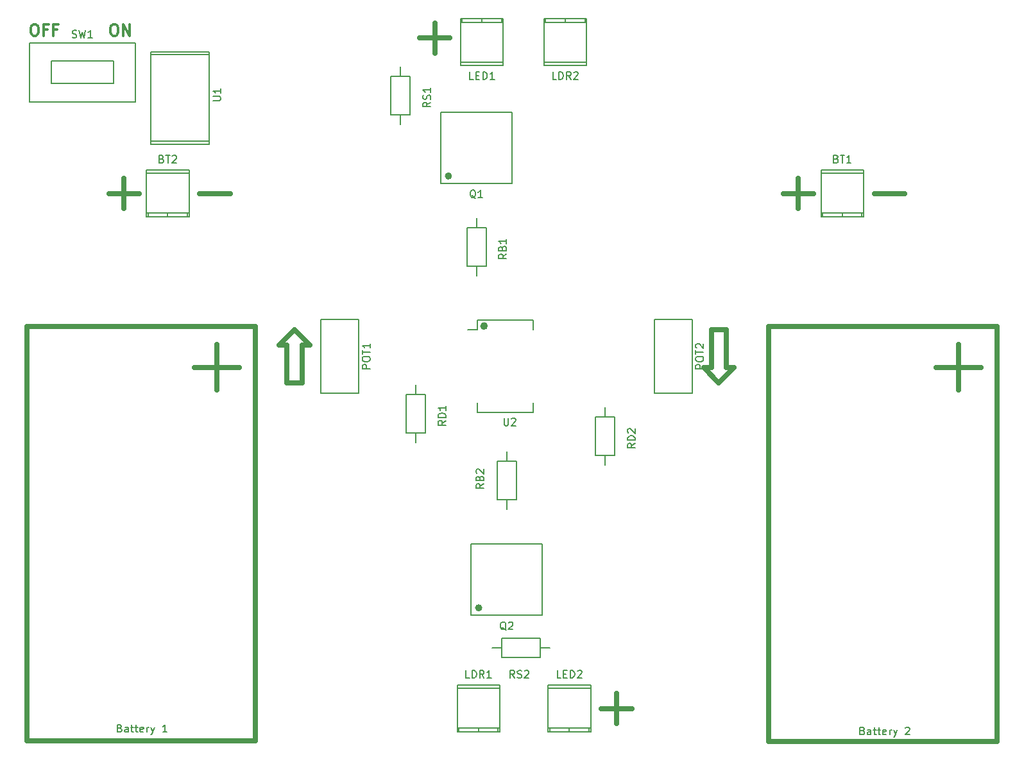
<source format=gbr>
G04 #@! TF.FileFunction,Legend,Top*
%FSLAX46Y46*%
G04 Gerber Fmt 4.6, Leading zero omitted, Abs format (unit mm)*
G04 Created by KiCad (PCBNEW 4.0.2+dfsg1-stable) date Fri 18 May 2018 16:31:02 BST*
%MOMM*%
G01*
G04 APERTURE LIST*
%ADD10C,0.100000*%
%ADD11C,0.700000*%
%ADD12C,0.300000*%
%ADD13C,0.150000*%
%ADD14C,0.500000*%
G04 APERTURE END LIST*
D10*
D11*
X131500000Y-48500000D02*
X131500000Y-52500000D01*
X129500000Y-50500000D02*
X133500000Y-50500000D01*
X155500000Y-137000000D02*
X155500000Y-141000000D01*
X153500000Y-139000000D02*
X157500000Y-139000000D01*
X189500000Y-71000000D02*
X193500000Y-71000000D01*
X177500000Y-71000000D02*
X181500000Y-71000000D01*
X179500000Y-69000000D02*
X179500000Y-73000000D01*
X100500000Y-71000000D02*
X104500000Y-71000000D01*
X90500000Y-69000000D02*
X90500000Y-73000000D01*
X88500000Y-71000000D02*
X92500000Y-71000000D01*
D12*
X78571429Y-48678571D02*
X78857143Y-48678571D01*
X79000001Y-48750000D01*
X79142858Y-48892857D01*
X79214286Y-49178571D01*
X79214286Y-49678571D01*
X79142858Y-49964286D01*
X79000001Y-50107143D01*
X78857143Y-50178571D01*
X78571429Y-50178571D01*
X78428572Y-50107143D01*
X78285715Y-49964286D01*
X78214286Y-49678571D01*
X78214286Y-49178571D01*
X78285715Y-48892857D01*
X78428572Y-48750000D01*
X78571429Y-48678571D01*
X80357144Y-49392857D02*
X79857144Y-49392857D01*
X79857144Y-50178571D02*
X79857144Y-48678571D01*
X80571430Y-48678571D01*
X81642858Y-49392857D02*
X81142858Y-49392857D01*
X81142858Y-50178571D02*
X81142858Y-48678571D01*
X81857144Y-48678571D01*
X89071428Y-48678571D02*
X89357142Y-48678571D01*
X89500000Y-48750000D01*
X89642857Y-48892857D01*
X89714285Y-49178571D01*
X89714285Y-49678571D01*
X89642857Y-49964286D01*
X89500000Y-50107143D01*
X89357142Y-50178571D01*
X89071428Y-50178571D01*
X88928571Y-50107143D01*
X88785714Y-49964286D01*
X88714285Y-49678571D01*
X88714285Y-49178571D01*
X88785714Y-48892857D01*
X88928571Y-48750000D01*
X89071428Y-48678571D01*
X90357143Y-50178571D02*
X90357143Y-48678571D01*
X91214286Y-50178571D01*
X91214286Y-48678571D01*
D11*
X170000000Y-89000000D02*
X168000000Y-89000000D01*
X168000000Y-89000000D02*
X168000000Y-94000000D01*
X168000000Y-94000000D02*
X167000000Y-94000000D01*
X167000000Y-94000000D02*
X169000000Y-96000000D01*
X169000000Y-96000000D02*
X171000000Y-94000000D01*
X171000000Y-94000000D02*
X170000000Y-94000000D01*
X170000000Y-94000000D02*
X170000000Y-89000000D01*
X112000000Y-91000000D02*
X112000000Y-96000000D01*
X111000000Y-91000000D02*
X112000000Y-91000000D01*
X113000000Y-89000000D02*
X111000000Y-91000000D01*
X115000000Y-91000000D02*
X113000000Y-89000000D01*
X114000000Y-91000000D02*
X115000000Y-91000000D01*
X114000000Y-96000000D02*
X114000000Y-91000000D01*
X112000000Y-96000000D02*
X114000000Y-96000000D01*
X200630000Y-90950000D02*
X200630000Y-96950000D01*
X197630000Y-93950000D02*
X203630000Y-93950000D01*
X175580000Y-88595000D02*
X205680000Y-88595000D01*
X175580000Y-143305000D02*
X205680000Y-143305000D01*
X205680000Y-88595000D02*
X205680000Y-143305000D01*
X175580000Y-88595000D02*
X175580000Y-143305000D01*
D13*
X188069080Y-73600960D02*
X182470920Y-73600960D01*
X182669040Y-74098800D02*
X182669040Y-73600960D01*
X187870960Y-73600960D02*
X187870960Y-74098800D01*
X185270000Y-74098800D02*
X185270000Y-73600960D01*
X182470920Y-68299980D02*
X188069080Y-68299980D01*
X182470920Y-74098800D02*
X188069080Y-74098800D01*
X188069080Y-74098800D02*
X188069080Y-67901200D01*
X188069080Y-67901200D02*
X182470920Y-67901200D01*
X182470920Y-67901200D02*
X182470920Y-74098800D01*
X99069080Y-73600960D02*
X93470920Y-73600960D01*
X93669040Y-74098800D02*
X93669040Y-73600960D01*
X98870960Y-73600960D02*
X98870960Y-74098800D01*
X96270000Y-74098800D02*
X96270000Y-73600960D01*
X93470920Y-68299980D02*
X99069080Y-68299980D01*
X93470920Y-74098800D02*
X99069080Y-74098800D01*
X99069080Y-74098800D02*
X99069080Y-67901200D01*
X99069080Y-67901200D02*
X93470920Y-67901200D01*
X93470920Y-67901200D02*
X93470920Y-74098800D01*
X140069080Y-141600960D02*
X134470920Y-141600960D01*
X134669040Y-142098800D02*
X134669040Y-141600960D01*
X139870960Y-141600960D02*
X139870960Y-142098800D01*
X137270000Y-142098800D02*
X137270000Y-141600960D01*
X134470920Y-136299980D02*
X140069080Y-136299980D01*
X134470920Y-142098800D02*
X140069080Y-142098800D01*
X140069080Y-142098800D02*
X140069080Y-135901200D01*
X140069080Y-135901200D02*
X134470920Y-135901200D01*
X134470920Y-135901200D02*
X134470920Y-142098800D01*
X145930920Y-48399040D02*
X151529080Y-48399040D01*
X151330960Y-47901200D02*
X151330960Y-48399040D01*
X146129040Y-48399040D02*
X146129040Y-47901200D01*
X148730000Y-47901200D02*
X148730000Y-48399040D01*
X151529080Y-53700020D02*
X145930920Y-53700020D01*
X151529080Y-47901200D02*
X145930920Y-47901200D01*
X145930920Y-47901200D02*
X145930920Y-54098800D01*
X145930920Y-54098800D02*
X151529080Y-54098800D01*
X151529080Y-54098800D02*
X151529080Y-47901200D01*
X134930920Y-48399040D02*
X140529080Y-48399040D01*
X140330960Y-47901200D02*
X140330960Y-48399040D01*
X135129040Y-48399040D02*
X135129040Y-47901200D01*
X137730000Y-47901200D02*
X137730000Y-48399040D01*
X140529080Y-53700020D02*
X134930920Y-53700020D01*
X140529080Y-47901200D02*
X134930920Y-47901200D01*
X134930920Y-47901200D02*
X134930920Y-54098800D01*
X134930920Y-54098800D02*
X140529080Y-54098800D01*
X140529080Y-54098800D02*
X140529080Y-47901200D01*
X152069080Y-141600960D02*
X146470920Y-141600960D01*
X146669040Y-142098800D02*
X146669040Y-141600960D01*
X151870960Y-141600960D02*
X151870960Y-142098800D01*
X149270000Y-142098800D02*
X149270000Y-141600960D01*
X146470920Y-136299980D02*
X152069080Y-136299980D01*
X146470920Y-142098800D02*
X152069080Y-142098800D01*
X152069080Y-142098800D02*
X152069080Y-135901200D01*
X152069080Y-135901200D02*
X146470920Y-135901200D01*
X146470920Y-135901200D02*
X146470920Y-142098800D01*
D14*
X133523607Y-68700000D02*
G75*
G03X133523607Y-68700000I-223607J0D01*
G01*
D13*
X141700000Y-60300000D02*
X141700000Y-69700000D01*
X141700000Y-69700000D02*
X132300000Y-69700000D01*
X132300000Y-69700000D02*
X132300000Y-60300000D01*
X132300000Y-60300000D02*
X141700000Y-60300000D01*
D14*
X137523607Y-125700000D02*
G75*
G03X137523607Y-125700000I-223607J0D01*
G01*
D13*
X145700000Y-117300000D02*
X145700000Y-126700000D01*
X145700000Y-126700000D02*
X136300000Y-126700000D01*
X136300000Y-126700000D02*
X136300000Y-117300000D01*
X136300000Y-117300000D02*
X145700000Y-117300000D01*
X138270000Y-75540000D02*
X138270000Y-80620000D01*
X138270000Y-80620000D02*
X135730000Y-80620000D01*
X135730000Y-80620000D02*
X135730000Y-75540000D01*
X135730000Y-75540000D02*
X138270000Y-75540000D01*
X137000000Y-75540000D02*
X137000000Y-74270000D01*
X137000000Y-80620000D02*
X137000000Y-81890000D01*
X139730000Y-111460000D02*
X139730000Y-106380000D01*
X139730000Y-106380000D02*
X142270000Y-106380000D01*
X142270000Y-106380000D02*
X142270000Y-111460000D01*
X142270000Y-111460000D02*
X139730000Y-111460000D01*
X141000000Y-111460000D02*
X141000000Y-112730000D01*
X141000000Y-106380000D02*
X141000000Y-105110000D01*
X130270000Y-97540000D02*
X130270000Y-102620000D01*
X130270000Y-102620000D02*
X127730000Y-102620000D01*
X127730000Y-102620000D02*
X127730000Y-97540000D01*
X127730000Y-97540000D02*
X130270000Y-97540000D01*
X129000000Y-97540000D02*
X129000000Y-96270000D01*
X129000000Y-102620000D02*
X129000000Y-103890000D01*
X155270000Y-100540000D02*
X155270000Y-105620000D01*
X155270000Y-105620000D02*
X152730000Y-105620000D01*
X152730000Y-105620000D02*
X152730000Y-100540000D01*
X152730000Y-100540000D02*
X155270000Y-100540000D01*
X154000000Y-100540000D02*
X154000000Y-99270000D01*
X154000000Y-105620000D02*
X154000000Y-106890000D01*
X128270000Y-55540000D02*
X128270000Y-60620000D01*
X128270000Y-60620000D02*
X125730000Y-60620000D01*
X125730000Y-60620000D02*
X125730000Y-55540000D01*
X125730000Y-55540000D02*
X128270000Y-55540000D01*
X127000000Y-55540000D02*
X127000000Y-54270000D01*
X127000000Y-60620000D02*
X127000000Y-61890000D01*
X145460000Y-132270000D02*
X140380000Y-132270000D01*
X140380000Y-132270000D02*
X140380000Y-129730000D01*
X140380000Y-129730000D02*
X145460000Y-129730000D01*
X145460000Y-129730000D02*
X145460000Y-132270000D01*
X145460000Y-131000000D02*
X146730000Y-131000000D01*
X140380000Y-131000000D02*
X139110000Y-131000000D01*
X94000000Y-52700000D02*
X101700000Y-52700000D01*
X94000000Y-64100000D02*
X101700000Y-64100000D01*
X94000000Y-64500000D02*
X94000000Y-52300000D01*
X94000000Y-52300000D02*
X101700000Y-52300000D01*
X101700000Y-52300000D02*
X101700000Y-64500000D01*
X101700000Y-64500000D02*
X94000000Y-64500000D01*
D14*
X138250000Y-88500000D02*
G75*
G03X138250000Y-88500000I-250000J0D01*
G01*
D13*
X137135000Y-87705000D02*
X137135000Y-88975000D01*
X144485000Y-87705000D02*
X144485000Y-88975000D01*
X144485000Y-99915000D02*
X144485000Y-98645000D01*
X137135000Y-99915000D02*
X137135000Y-98645000D01*
X137135000Y-87705000D02*
X144485000Y-87705000D01*
X137135000Y-99915000D02*
X144485000Y-99915000D01*
X137135000Y-88975000D02*
X135850000Y-88975000D01*
X121500000Y-87600000D02*
X121500000Y-97400000D01*
X121500000Y-97400000D02*
X116500000Y-97400000D01*
X116500000Y-97400000D02*
X116500000Y-87600000D01*
X121500000Y-87600000D02*
X116500000Y-87600000D01*
X165500000Y-87600000D02*
X165500000Y-97400000D01*
X165500000Y-97400000D02*
X160500000Y-97400000D01*
X160500000Y-97400000D02*
X160500000Y-87600000D01*
X165500000Y-87600000D02*
X160500000Y-87600000D01*
X89100000Y-56500000D02*
X80900000Y-56500000D01*
X80900000Y-56500000D02*
X80900000Y-53500000D01*
X80900000Y-53500000D02*
X89100000Y-53500000D01*
X89100000Y-53500000D02*
X89100000Y-56500000D01*
X92000000Y-58900000D02*
X78000000Y-58900000D01*
X78000000Y-58900000D02*
X78000000Y-51100000D01*
X78000000Y-51100000D02*
X92000000Y-51100000D01*
X92000000Y-51100000D02*
X92000000Y-58900000D01*
D11*
X102750000Y-90940000D02*
X102750000Y-96940000D01*
X99750000Y-93940000D02*
X105750000Y-93940000D01*
X77700000Y-88585000D02*
X107800000Y-88585000D01*
X77700000Y-143295000D02*
X107800000Y-143295000D01*
X107800000Y-88585000D02*
X107800000Y-143295000D01*
X77700000Y-88585000D02*
X77700000Y-143295000D01*
D13*
X187951428Y-141928571D02*
X188094285Y-141976190D01*
X188141904Y-142023810D01*
X188189523Y-142119048D01*
X188189523Y-142261905D01*
X188141904Y-142357143D01*
X188094285Y-142404762D01*
X187999047Y-142452381D01*
X187618094Y-142452381D01*
X187618094Y-141452381D01*
X187951428Y-141452381D01*
X188046666Y-141500000D01*
X188094285Y-141547619D01*
X188141904Y-141642857D01*
X188141904Y-141738095D01*
X188094285Y-141833333D01*
X188046666Y-141880952D01*
X187951428Y-141928571D01*
X187618094Y-141928571D01*
X189046666Y-142452381D02*
X189046666Y-141928571D01*
X188999047Y-141833333D01*
X188903809Y-141785714D01*
X188713332Y-141785714D01*
X188618094Y-141833333D01*
X189046666Y-142404762D02*
X188951428Y-142452381D01*
X188713332Y-142452381D01*
X188618094Y-142404762D01*
X188570475Y-142309524D01*
X188570475Y-142214286D01*
X188618094Y-142119048D01*
X188713332Y-142071429D01*
X188951428Y-142071429D01*
X189046666Y-142023810D01*
X189379999Y-141785714D02*
X189760951Y-141785714D01*
X189522856Y-141452381D02*
X189522856Y-142309524D01*
X189570475Y-142404762D01*
X189665713Y-142452381D01*
X189760951Y-142452381D01*
X189951428Y-141785714D02*
X190332380Y-141785714D01*
X190094285Y-141452381D02*
X190094285Y-142309524D01*
X190141904Y-142404762D01*
X190237142Y-142452381D01*
X190332380Y-142452381D01*
X191046667Y-142404762D02*
X190951429Y-142452381D01*
X190760952Y-142452381D01*
X190665714Y-142404762D01*
X190618095Y-142309524D01*
X190618095Y-141928571D01*
X190665714Y-141833333D01*
X190760952Y-141785714D01*
X190951429Y-141785714D01*
X191046667Y-141833333D01*
X191094286Y-141928571D01*
X191094286Y-142023810D01*
X190618095Y-142119048D01*
X191522857Y-142452381D02*
X191522857Y-141785714D01*
X191522857Y-141976190D02*
X191570476Y-141880952D01*
X191618095Y-141833333D01*
X191713333Y-141785714D01*
X191808572Y-141785714D01*
X192046667Y-141785714D02*
X192284762Y-142452381D01*
X192522858Y-141785714D02*
X192284762Y-142452381D01*
X192189524Y-142690476D01*
X192141905Y-142738095D01*
X192046667Y-142785714D01*
X193618096Y-141547619D02*
X193665715Y-141500000D01*
X193760953Y-141452381D01*
X193999049Y-141452381D01*
X194094287Y-141500000D01*
X194141906Y-141547619D01*
X194189525Y-141642857D01*
X194189525Y-141738095D01*
X194141906Y-141880952D01*
X193570477Y-142452381D01*
X194189525Y-142452381D01*
X184484286Y-66427691D02*
X184627143Y-66475310D01*
X184674762Y-66522930D01*
X184722381Y-66618168D01*
X184722381Y-66761025D01*
X184674762Y-66856263D01*
X184627143Y-66903882D01*
X184531905Y-66951501D01*
X184150952Y-66951501D01*
X184150952Y-65951501D01*
X184484286Y-65951501D01*
X184579524Y-65999120D01*
X184627143Y-66046739D01*
X184674762Y-66141977D01*
X184674762Y-66237215D01*
X184627143Y-66332453D01*
X184579524Y-66380072D01*
X184484286Y-66427691D01*
X184150952Y-66427691D01*
X185008095Y-65951501D02*
X185579524Y-65951501D01*
X185293809Y-66951501D02*
X185293809Y-65951501D01*
X186436667Y-66951501D02*
X185865238Y-66951501D01*
X186150952Y-66951501D02*
X186150952Y-65951501D01*
X186055714Y-66094358D01*
X185960476Y-66189596D01*
X185865238Y-66237215D01*
X95484286Y-66427691D02*
X95627143Y-66475310D01*
X95674762Y-66522930D01*
X95722381Y-66618168D01*
X95722381Y-66761025D01*
X95674762Y-66856263D01*
X95627143Y-66903882D01*
X95531905Y-66951501D01*
X95150952Y-66951501D01*
X95150952Y-65951501D01*
X95484286Y-65951501D01*
X95579524Y-65999120D01*
X95627143Y-66046739D01*
X95674762Y-66141977D01*
X95674762Y-66237215D01*
X95627143Y-66332453D01*
X95579524Y-66380072D01*
X95484286Y-66427691D01*
X95150952Y-66427691D01*
X96008095Y-65951501D02*
X96579524Y-65951501D01*
X96293809Y-66951501D02*
X96293809Y-65951501D01*
X96865238Y-66046739D02*
X96912857Y-65999120D01*
X97008095Y-65951501D01*
X97246191Y-65951501D01*
X97341429Y-65999120D01*
X97389048Y-66046739D01*
X97436667Y-66141977D01*
X97436667Y-66237215D01*
X97389048Y-66380072D01*
X96817619Y-66951501D01*
X97436667Y-66951501D01*
X136103334Y-134951501D02*
X135627143Y-134951501D01*
X135627143Y-133951501D01*
X136436667Y-134951501D02*
X136436667Y-133951501D01*
X136674762Y-133951501D01*
X136817620Y-133999120D01*
X136912858Y-134094358D01*
X136960477Y-134189596D01*
X137008096Y-134380072D01*
X137008096Y-134522930D01*
X136960477Y-134713406D01*
X136912858Y-134808644D01*
X136817620Y-134903882D01*
X136674762Y-134951501D01*
X136436667Y-134951501D01*
X138008096Y-134951501D02*
X137674762Y-134475310D01*
X137436667Y-134951501D02*
X137436667Y-133951501D01*
X137817620Y-133951501D01*
X137912858Y-133999120D01*
X137960477Y-134046739D01*
X138008096Y-134141977D01*
X138008096Y-134284834D01*
X137960477Y-134380072D01*
X137912858Y-134427691D01*
X137817620Y-134475310D01*
X137436667Y-134475310D01*
X138960477Y-134951501D02*
X138389048Y-134951501D01*
X138674762Y-134951501D02*
X138674762Y-133951501D01*
X138579524Y-134094358D01*
X138484286Y-134189596D01*
X138389048Y-134237215D01*
X147563334Y-55953261D02*
X147087143Y-55953261D01*
X147087143Y-54953261D01*
X147896667Y-55953261D02*
X147896667Y-54953261D01*
X148134762Y-54953261D01*
X148277620Y-55000880D01*
X148372858Y-55096118D01*
X148420477Y-55191356D01*
X148468096Y-55381832D01*
X148468096Y-55524690D01*
X148420477Y-55715166D01*
X148372858Y-55810404D01*
X148277620Y-55905642D01*
X148134762Y-55953261D01*
X147896667Y-55953261D01*
X149468096Y-55953261D02*
X149134762Y-55477070D01*
X148896667Y-55953261D02*
X148896667Y-54953261D01*
X149277620Y-54953261D01*
X149372858Y-55000880D01*
X149420477Y-55048499D01*
X149468096Y-55143737D01*
X149468096Y-55286594D01*
X149420477Y-55381832D01*
X149372858Y-55429451D01*
X149277620Y-55477070D01*
X148896667Y-55477070D01*
X149849048Y-55048499D02*
X149896667Y-55000880D01*
X149991905Y-54953261D01*
X150230001Y-54953261D01*
X150325239Y-55000880D01*
X150372858Y-55048499D01*
X150420477Y-55143737D01*
X150420477Y-55238975D01*
X150372858Y-55381832D01*
X149801429Y-55953261D01*
X150420477Y-55953261D01*
X136610953Y-55953261D02*
X136134762Y-55953261D01*
X136134762Y-54953261D01*
X136944286Y-55429451D02*
X137277620Y-55429451D01*
X137420477Y-55953261D02*
X136944286Y-55953261D01*
X136944286Y-54953261D01*
X137420477Y-54953261D01*
X137849048Y-55953261D02*
X137849048Y-54953261D01*
X138087143Y-54953261D01*
X138230001Y-55000880D01*
X138325239Y-55096118D01*
X138372858Y-55191356D01*
X138420477Y-55381832D01*
X138420477Y-55524690D01*
X138372858Y-55715166D01*
X138325239Y-55810404D01*
X138230001Y-55905642D01*
X138087143Y-55953261D01*
X137849048Y-55953261D01*
X139372858Y-55953261D02*
X138801429Y-55953261D01*
X139087143Y-55953261D02*
X139087143Y-54953261D01*
X138991905Y-55096118D01*
X138896667Y-55191356D01*
X138801429Y-55238975D01*
X148150953Y-134951501D02*
X147674762Y-134951501D01*
X147674762Y-133951501D01*
X148484286Y-134427691D02*
X148817620Y-134427691D01*
X148960477Y-134951501D02*
X148484286Y-134951501D01*
X148484286Y-133951501D01*
X148960477Y-133951501D01*
X149389048Y-134951501D02*
X149389048Y-133951501D01*
X149627143Y-133951501D01*
X149770001Y-133999120D01*
X149865239Y-134094358D01*
X149912858Y-134189596D01*
X149960477Y-134380072D01*
X149960477Y-134522930D01*
X149912858Y-134713406D01*
X149865239Y-134808644D01*
X149770001Y-134903882D01*
X149627143Y-134951501D01*
X149389048Y-134951501D01*
X150341429Y-134046739D02*
X150389048Y-133999120D01*
X150484286Y-133951501D01*
X150722382Y-133951501D01*
X150817620Y-133999120D01*
X150865239Y-134046739D01*
X150912858Y-134141977D01*
X150912858Y-134237215D01*
X150865239Y-134380072D01*
X150293810Y-134951501D01*
X150912858Y-134951501D01*
X136904762Y-71647619D02*
X136809524Y-71600000D01*
X136714286Y-71504762D01*
X136571429Y-71361905D01*
X136476190Y-71314286D01*
X136380952Y-71314286D01*
X136428571Y-71552381D02*
X136333333Y-71504762D01*
X136238095Y-71409524D01*
X136190476Y-71219048D01*
X136190476Y-70885714D01*
X136238095Y-70695238D01*
X136333333Y-70600000D01*
X136428571Y-70552381D01*
X136619048Y-70552381D01*
X136714286Y-70600000D01*
X136809524Y-70695238D01*
X136857143Y-70885714D01*
X136857143Y-71219048D01*
X136809524Y-71409524D01*
X136714286Y-71504762D01*
X136619048Y-71552381D01*
X136428571Y-71552381D01*
X137809524Y-71552381D02*
X137238095Y-71552381D01*
X137523809Y-71552381D02*
X137523809Y-70552381D01*
X137428571Y-70695238D01*
X137333333Y-70790476D01*
X137238095Y-70838095D01*
X140904762Y-128647619D02*
X140809524Y-128600000D01*
X140714286Y-128504762D01*
X140571429Y-128361905D01*
X140476190Y-128314286D01*
X140380952Y-128314286D01*
X140428571Y-128552381D02*
X140333333Y-128504762D01*
X140238095Y-128409524D01*
X140190476Y-128219048D01*
X140190476Y-127885714D01*
X140238095Y-127695238D01*
X140333333Y-127600000D01*
X140428571Y-127552381D01*
X140619048Y-127552381D01*
X140714286Y-127600000D01*
X140809524Y-127695238D01*
X140857143Y-127885714D01*
X140857143Y-128219048D01*
X140809524Y-128409524D01*
X140714286Y-128504762D01*
X140619048Y-128552381D01*
X140428571Y-128552381D01*
X141238095Y-127647619D02*
X141285714Y-127600000D01*
X141380952Y-127552381D01*
X141619048Y-127552381D01*
X141714286Y-127600000D01*
X141761905Y-127647619D01*
X141809524Y-127742857D01*
X141809524Y-127838095D01*
X141761905Y-127980952D01*
X141190476Y-128552381D01*
X141809524Y-128552381D01*
X140952501Y-78995586D02*
X140476310Y-79328920D01*
X140952501Y-79567015D02*
X139952501Y-79567015D01*
X139952501Y-79186062D01*
X140000120Y-79090824D01*
X140047739Y-79043205D01*
X140142977Y-78995586D01*
X140285834Y-78995586D01*
X140381072Y-79043205D01*
X140428691Y-79090824D01*
X140476310Y-79186062D01*
X140476310Y-79567015D01*
X140428691Y-78233681D02*
X140476310Y-78090824D01*
X140523930Y-78043205D01*
X140619168Y-77995586D01*
X140762025Y-77995586D01*
X140857263Y-78043205D01*
X140904882Y-78090824D01*
X140952501Y-78186062D01*
X140952501Y-78567015D01*
X139952501Y-78567015D01*
X139952501Y-78233681D01*
X140000120Y-78138443D01*
X140047739Y-78090824D01*
X140142977Y-78043205D01*
X140238215Y-78043205D01*
X140333453Y-78090824D01*
X140381072Y-78138443D01*
X140428691Y-78233681D01*
X140428691Y-78567015D01*
X140952501Y-77043205D02*
X140952501Y-77614634D01*
X140952501Y-77328920D02*
X139952501Y-77328920D01*
X140095358Y-77424158D01*
X140190596Y-77519396D01*
X140238215Y-77614634D01*
X137952261Y-109337746D02*
X137476070Y-109671080D01*
X137952261Y-109909175D02*
X136952261Y-109909175D01*
X136952261Y-109528222D01*
X136999880Y-109432984D01*
X137047499Y-109385365D01*
X137142737Y-109337746D01*
X137285594Y-109337746D01*
X137380832Y-109385365D01*
X137428451Y-109432984D01*
X137476070Y-109528222D01*
X137476070Y-109909175D01*
X137428451Y-108575841D02*
X137476070Y-108432984D01*
X137523690Y-108385365D01*
X137618928Y-108337746D01*
X137761785Y-108337746D01*
X137857023Y-108385365D01*
X137904642Y-108432984D01*
X137952261Y-108528222D01*
X137952261Y-108909175D01*
X136952261Y-108909175D01*
X136952261Y-108575841D01*
X136999880Y-108480603D01*
X137047499Y-108432984D01*
X137142737Y-108385365D01*
X137237975Y-108385365D01*
X137333213Y-108432984D01*
X137380832Y-108480603D01*
X137428451Y-108575841D01*
X137428451Y-108909175D01*
X137047499Y-107956794D02*
X136999880Y-107909175D01*
X136952261Y-107813937D01*
X136952261Y-107575841D01*
X136999880Y-107480603D01*
X137047499Y-107432984D01*
X137142737Y-107385365D01*
X137237975Y-107385365D01*
X137380832Y-107432984D01*
X137952261Y-108004413D01*
X137952261Y-107385365D01*
X132952501Y-100995586D02*
X132476310Y-101328920D01*
X132952501Y-101567015D02*
X131952501Y-101567015D01*
X131952501Y-101186062D01*
X132000120Y-101090824D01*
X132047739Y-101043205D01*
X132142977Y-100995586D01*
X132285834Y-100995586D01*
X132381072Y-101043205D01*
X132428691Y-101090824D01*
X132476310Y-101186062D01*
X132476310Y-101567015D01*
X132952501Y-100567015D02*
X131952501Y-100567015D01*
X131952501Y-100328920D01*
X132000120Y-100186062D01*
X132095358Y-100090824D01*
X132190596Y-100043205D01*
X132381072Y-99995586D01*
X132523930Y-99995586D01*
X132714406Y-100043205D01*
X132809644Y-100090824D01*
X132904882Y-100186062D01*
X132952501Y-100328920D01*
X132952501Y-100567015D01*
X132952501Y-99043205D02*
X132952501Y-99614634D01*
X132952501Y-99328920D02*
X131952501Y-99328920D01*
X132095358Y-99424158D01*
X132190596Y-99519396D01*
X132238215Y-99614634D01*
X157952501Y-103995586D02*
X157476310Y-104328920D01*
X157952501Y-104567015D02*
X156952501Y-104567015D01*
X156952501Y-104186062D01*
X157000120Y-104090824D01*
X157047739Y-104043205D01*
X157142977Y-103995586D01*
X157285834Y-103995586D01*
X157381072Y-104043205D01*
X157428691Y-104090824D01*
X157476310Y-104186062D01*
X157476310Y-104567015D01*
X157952501Y-103567015D02*
X156952501Y-103567015D01*
X156952501Y-103328920D01*
X157000120Y-103186062D01*
X157095358Y-103090824D01*
X157190596Y-103043205D01*
X157381072Y-102995586D01*
X157523930Y-102995586D01*
X157714406Y-103043205D01*
X157809644Y-103090824D01*
X157904882Y-103186062D01*
X157952501Y-103328920D01*
X157952501Y-103567015D01*
X157047739Y-102614634D02*
X157000120Y-102567015D01*
X156952501Y-102471777D01*
X156952501Y-102233681D01*
X157000120Y-102138443D01*
X157047739Y-102090824D01*
X157142977Y-102043205D01*
X157238215Y-102043205D01*
X157381072Y-102090824D01*
X157952501Y-102662253D01*
X157952501Y-102043205D01*
X130952501Y-58971777D02*
X130476310Y-59305111D01*
X130952501Y-59543206D02*
X129952501Y-59543206D01*
X129952501Y-59162253D01*
X130000120Y-59067015D01*
X130047739Y-59019396D01*
X130142977Y-58971777D01*
X130285834Y-58971777D01*
X130381072Y-59019396D01*
X130428691Y-59067015D01*
X130476310Y-59162253D01*
X130476310Y-59543206D01*
X130904882Y-58590825D02*
X130952501Y-58447968D01*
X130952501Y-58209872D01*
X130904882Y-58114634D01*
X130857263Y-58067015D01*
X130762025Y-58019396D01*
X130666787Y-58019396D01*
X130571549Y-58067015D01*
X130523930Y-58114634D01*
X130476310Y-58209872D01*
X130428691Y-58400349D01*
X130381072Y-58495587D01*
X130333453Y-58543206D01*
X130238215Y-58590825D01*
X130142977Y-58590825D01*
X130047739Y-58543206D01*
X130000120Y-58495587D01*
X129952501Y-58400349D01*
X129952501Y-58162253D01*
X130000120Y-58019396D01*
X130952501Y-57067015D02*
X130952501Y-57638444D01*
X130952501Y-57352730D02*
X129952501Y-57352730D01*
X130095358Y-57447968D01*
X130190596Y-57543206D01*
X130238215Y-57638444D01*
X142028223Y-134952501D02*
X141694889Y-134476310D01*
X141456794Y-134952501D02*
X141456794Y-133952501D01*
X141837747Y-133952501D01*
X141932985Y-134000120D01*
X141980604Y-134047739D01*
X142028223Y-134142977D01*
X142028223Y-134285834D01*
X141980604Y-134381072D01*
X141932985Y-134428691D01*
X141837747Y-134476310D01*
X141456794Y-134476310D01*
X142409175Y-134904882D02*
X142552032Y-134952501D01*
X142790128Y-134952501D01*
X142885366Y-134904882D01*
X142932985Y-134857263D01*
X142980604Y-134762025D01*
X142980604Y-134666787D01*
X142932985Y-134571549D01*
X142885366Y-134523930D01*
X142790128Y-134476310D01*
X142599651Y-134428691D01*
X142504413Y-134381072D01*
X142456794Y-134333453D01*
X142409175Y-134238215D01*
X142409175Y-134142977D01*
X142456794Y-134047739D01*
X142504413Y-134000120D01*
X142599651Y-133952501D01*
X142837747Y-133952501D01*
X142980604Y-134000120D01*
X143361556Y-134047739D02*
X143409175Y-134000120D01*
X143504413Y-133952501D01*
X143742509Y-133952501D01*
X143837747Y-134000120D01*
X143885366Y-134047739D01*
X143932985Y-134142977D01*
X143932985Y-134238215D01*
X143885366Y-134381072D01*
X143313937Y-134952501D01*
X143932985Y-134952501D01*
X102252381Y-58761905D02*
X103061905Y-58761905D01*
X103157143Y-58714286D01*
X103204762Y-58666667D01*
X103252381Y-58571429D01*
X103252381Y-58380952D01*
X103204762Y-58285714D01*
X103157143Y-58238095D01*
X103061905Y-58190476D01*
X102252381Y-58190476D01*
X103252381Y-57190476D02*
X103252381Y-57761905D01*
X103252381Y-57476191D02*
X102252381Y-57476191D01*
X102395238Y-57571429D01*
X102490476Y-57666667D01*
X102538095Y-57761905D01*
X140638095Y-100652381D02*
X140638095Y-101461905D01*
X140685714Y-101557143D01*
X140733333Y-101604762D01*
X140828571Y-101652381D01*
X141019048Y-101652381D01*
X141114286Y-101604762D01*
X141161905Y-101557143D01*
X141209524Y-101461905D01*
X141209524Y-100652381D01*
X141638095Y-100747619D02*
X141685714Y-100700000D01*
X141780952Y-100652381D01*
X142019048Y-100652381D01*
X142114286Y-100700000D01*
X142161905Y-100747619D01*
X142209524Y-100842857D01*
X142209524Y-100938095D01*
X142161905Y-101080952D01*
X141590476Y-101652381D01*
X142209524Y-101652381D01*
X122952381Y-94142857D02*
X121952381Y-94142857D01*
X121952381Y-93761904D01*
X122000000Y-93666666D01*
X122047619Y-93619047D01*
X122142857Y-93571428D01*
X122285714Y-93571428D01*
X122380952Y-93619047D01*
X122428571Y-93666666D01*
X122476190Y-93761904D01*
X122476190Y-94142857D01*
X121952381Y-92952381D02*
X121952381Y-92761904D01*
X122000000Y-92666666D01*
X122095238Y-92571428D01*
X122285714Y-92523809D01*
X122619048Y-92523809D01*
X122809524Y-92571428D01*
X122904762Y-92666666D01*
X122952381Y-92761904D01*
X122952381Y-92952381D01*
X122904762Y-93047619D01*
X122809524Y-93142857D01*
X122619048Y-93190476D01*
X122285714Y-93190476D01*
X122095238Y-93142857D01*
X122000000Y-93047619D01*
X121952381Y-92952381D01*
X121952381Y-92238095D02*
X121952381Y-91666666D01*
X122952381Y-91952381D02*
X121952381Y-91952381D01*
X122952381Y-90809523D02*
X122952381Y-91380952D01*
X122952381Y-91095238D02*
X121952381Y-91095238D01*
X122095238Y-91190476D01*
X122190476Y-91285714D01*
X122238095Y-91380952D01*
X166952381Y-94142857D02*
X165952381Y-94142857D01*
X165952381Y-93761904D01*
X166000000Y-93666666D01*
X166047619Y-93619047D01*
X166142857Y-93571428D01*
X166285714Y-93571428D01*
X166380952Y-93619047D01*
X166428571Y-93666666D01*
X166476190Y-93761904D01*
X166476190Y-94142857D01*
X165952381Y-92952381D02*
X165952381Y-92761904D01*
X166000000Y-92666666D01*
X166095238Y-92571428D01*
X166285714Y-92523809D01*
X166619048Y-92523809D01*
X166809524Y-92571428D01*
X166904762Y-92666666D01*
X166952381Y-92761904D01*
X166952381Y-92952381D01*
X166904762Y-93047619D01*
X166809524Y-93142857D01*
X166619048Y-93190476D01*
X166285714Y-93190476D01*
X166095238Y-93142857D01*
X166000000Y-93047619D01*
X165952381Y-92952381D01*
X165952381Y-92238095D02*
X165952381Y-91666666D01*
X166952381Y-91952381D02*
X165952381Y-91952381D01*
X166047619Y-91380952D02*
X166000000Y-91333333D01*
X165952381Y-91238095D01*
X165952381Y-90999999D01*
X166000000Y-90904761D01*
X166047619Y-90857142D01*
X166142857Y-90809523D01*
X166238095Y-90809523D01*
X166380952Y-90857142D01*
X166952381Y-91428571D01*
X166952381Y-90809523D01*
X83666667Y-50404762D02*
X83809524Y-50452381D01*
X84047620Y-50452381D01*
X84142858Y-50404762D01*
X84190477Y-50357143D01*
X84238096Y-50261905D01*
X84238096Y-50166667D01*
X84190477Y-50071429D01*
X84142858Y-50023810D01*
X84047620Y-49976190D01*
X83857143Y-49928571D01*
X83761905Y-49880952D01*
X83714286Y-49833333D01*
X83666667Y-49738095D01*
X83666667Y-49642857D01*
X83714286Y-49547619D01*
X83761905Y-49500000D01*
X83857143Y-49452381D01*
X84095239Y-49452381D01*
X84238096Y-49500000D01*
X84571429Y-49452381D02*
X84809524Y-50452381D01*
X85000001Y-49738095D01*
X85190477Y-50452381D01*
X85428572Y-49452381D01*
X86333334Y-50452381D02*
X85761905Y-50452381D01*
X86047619Y-50452381D02*
X86047619Y-49452381D01*
X85952381Y-49595238D01*
X85857143Y-49690476D01*
X85761905Y-49738095D01*
X89941428Y-141588571D02*
X90084285Y-141636190D01*
X90131904Y-141683810D01*
X90179523Y-141779048D01*
X90179523Y-141921905D01*
X90131904Y-142017143D01*
X90084285Y-142064762D01*
X89989047Y-142112381D01*
X89608094Y-142112381D01*
X89608094Y-141112381D01*
X89941428Y-141112381D01*
X90036666Y-141160000D01*
X90084285Y-141207619D01*
X90131904Y-141302857D01*
X90131904Y-141398095D01*
X90084285Y-141493333D01*
X90036666Y-141540952D01*
X89941428Y-141588571D01*
X89608094Y-141588571D01*
X91036666Y-142112381D02*
X91036666Y-141588571D01*
X90989047Y-141493333D01*
X90893809Y-141445714D01*
X90703332Y-141445714D01*
X90608094Y-141493333D01*
X91036666Y-142064762D02*
X90941428Y-142112381D01*
X90703332Y-142112381D01*
X90608094Y-142064762D01*
X90560475Y-141969524D01*
X90560475Y-141874286D01*
X90608094Y-141779048D01*
X90703332Y-141731429D01*
X90941428Y-141731429D01*
X91036666Y-141683810D01*
X91369999Y-141445714D02*
X91750951Y-141445714D01*
X91512856Y-141112381D02*
X91512856Y-141969524D01*
X91560475Y-142064762D01*
X91655713Y-142112381D01*
X91750951Y-142112381D01*
X91941428Y-141445714D02*
X92322380Y-141445714D01*
X92084285Y-141112381D02*
X92084285Y-141969524D01*
X92131904Y-142064762D01*
X92227142Y-142112381D01*
X92322380Y-142112381D01*
X93036667Y-142064762D02*
X92941429Y-142112381D01*
X92750952Y-142112381D01*
X92655714Y-142064762D01*
X92608095Y-141969524D01*
X92608095Y-141588571D01*
X92655714Y-141493333D01*
X92750952Y-141445714D01*
X92941429Y-141445714D01*
X93036667Y-141493333D01*
X93084286Y-141588571D01*
X93084286Y-141683810D01*
X92608095Y-141779048D01*
X93512857Y-142112381D02*
X93512857Y-141445714D01*
X93512857Y-141636190D02*
X93560476Y-141540952D01*
X93608095Y-141493333D01*
X93703333Y-141445714D01*
X93798572Y-141445714D01*
X94036667Y-141445714D02*
X94274762Y-142112381D01*
X94512858Y-141445714D02*
X94274762Y-142112381D01*
X94179524Y-142350476D01*
X94131905Y-142398095D01*
X94036667Y-142445714D01*
X96179525Y-142112381D02*
X95608096Y-142112381D01*
X95893810Y-142112381D02*
X95893810Y-141112381D01*
X95798572Y-141255238D01*
X95703334Y-141350476D01*
X95608096Y-141398095D01*
M02*

</source>
